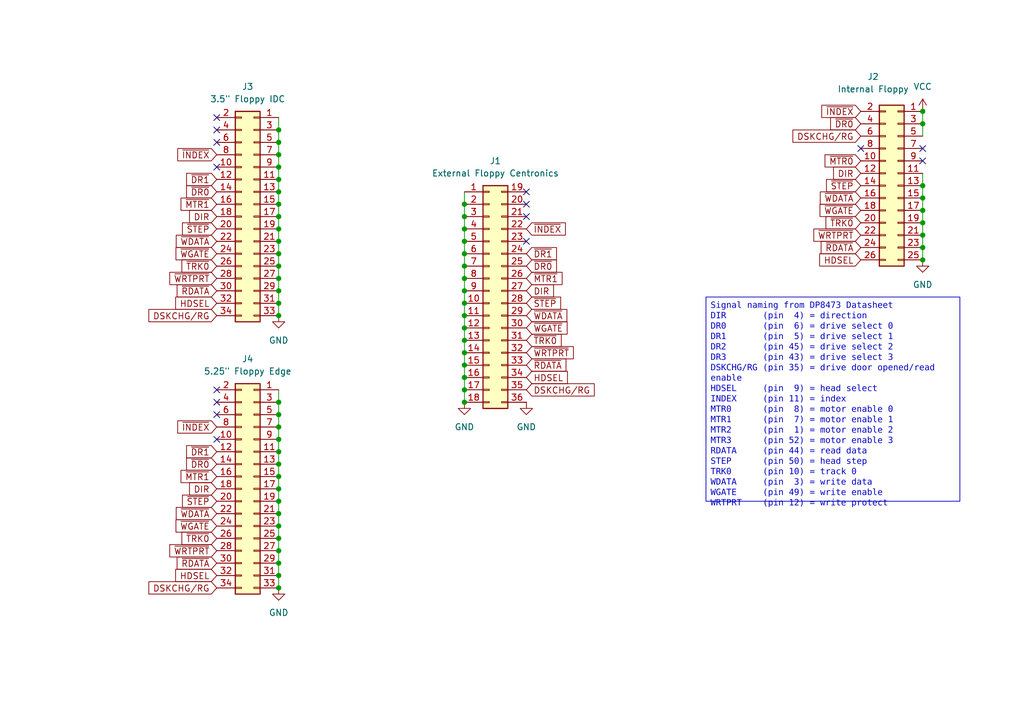
<source format=kicad_sch>
(kicad_sch (version 20250114) (generator "eeschema") (generator_version "9.0")
  (paper "A5")
  (title_block (title "Amstrad ACL-386 Floppy Converter") (date "11/SEPT/2025") (rev "WIP") (company "Brett Hallen") (comment 1 "www.youtube.com/@Brfff"))
  (lib_symbols
    (symbol "Connector_Generic:Conn_02x13_Odd_Even" (pin_names (offset 1.016) (hide yes))
      (property "Reference" "J" (at 1.27 17.78 0))
      (property "Value" "Conn_02x13_Odd_Even" (at 1.27 -17.78 0))
      (symbol "Conn_02x13_Odd_Even_1_1"
        (rectangle (start -1.27 16.51) (end 3.81 -16.51) (stroke (width 0.254)) (fill (type background)))
        (rectangle (start -1.27 15.367) (end 0 15.113) (stroke (width 0.1524)))
        (rectangle (start -1.27 12.827) (end 0 12.573) (stroke (width 0.1524)))
        (rectangle (start -1.27 10.287) (end 0 10.033) (stroke (width 0.1524)))
        (rectangle (start -1.27 7.747) (end 0 7.493) (stroke (width 0.1524)))
        (rectangle (start -1.27 5.207) (end 0 4.953) (stroke (width 0.1524)))
        (rectangle (start -1.27 2.667) (end 0 2.413) (stroke (width 0.1524)))
        (rectangle (start -1.27 0.127) (end 0 -0.127) (stroke (width 0.1524)))
        (rectangle (start -1.27 -2.413) (end 0 -2.667) (stroke (width 0.1524)))
        (rectangle (start -1.27 -4.953) (end 0 -5.207) (stroke (width 0.1524)))
        (rectangle (start -1.27 -7.493) (end 0 -7.747) (stroke (width 0.1524)))
        (rectangle (start -1.27 -10.033) (end 0 -10.287) (stroke (width 0.1524)))
        (rectangle (start -1.27 -12.573) (end 0 -12.827) (stroke (width 0.1524)))
        (rectangle (start -1.27 -15.113) (end 0 -15.367) (stroke (width 0.1524)))
        (rectangle (start 3.81 15.367) (end 2.54 15.113) (stroke (width 0.1524)))
        (rectangle (start 3.81 12.827) (end 2.54 12.573) (stroke (width 0.1524)))
        (rectangle (start 3.81 10.287) (end 2.54 10.033) (stroke (width 0.1524)))
        (rectangle (start 3.81 7.747) (end 2.54 7.493) (stroke (width 0.1524)))
        (rectangle (start 3.81 5.207) (end 2.54 4.953) (stroke (width 0.1524)))
        (rectangle (start 3.81 2.667) (end 2.54 2.413) (stroke (width 0.1524)))
        (rectangle (start 3.81 0.127) (end 2.54 -0.127) (stroke (width 0.1524)))
        (rectangle (start 3.81 -2.413) (end 2.54 -2.667) (stroke (width 0.1524)))
        (rectangle (start 3.81 -4.953) (end 2.54 -5.207) (stroke (width 0.1524)))
        (rectangle (start 3.81 -7.493) (end 2.54 -7.747) (stroke (width 0.1524)))
        (rectangle (start 3.81 -10.033) (end 2.54 -10.287) (stroke (width 0.1524)))
        (rectangle (start 3.81 -12.573) (end 2.54 -12.827) (stroke (width 0.1524)))
        (rectangle (start 3.81 -15.113) (end 2.54 -15.367) (stroke (width 0.1524)))
        (pin passive line (at -5.08 15.24 0) (length 3.81) (name "Pin_1") (number "1"))
        (pin passive line (at -5.08 12.7 0) (length 3.81) (name "Pin_3") (number "3"))
        (pin passive line (at -5.08 10.16 0) (length 3.81) (name "Pin_5") (number "5"))
        (pin passive line (at -5.08 7.62 0) (length 3.81) (name "Pin_7") (number "7"))
        (pin passive line (at -5.08 5.08 0) (length 3.81) (name "Pin_9") (number "9"))
        (pin passive line (at -5.08 2.54 0) (length 3.81) (name "Pin_11") (number "11"))
        (pin passive line (at -5.08 0 0) (length 3.81) (name "Pin_13") (number "13"))
        (pin passive line (at -5.08 -2.54 0) (length 3.81) (name "Pin_15") (number "15"))
        (pin passive line (at -5.08 -5.08 0) (length 3.81) (name "Pin_17") (number "17"))
        (pin passive line (at -5.08 -7.62 0) (length 3.81) (name "Pin_19") (number "19"))
        (pin passive line (at -5.08 -10.16 0) (length 3.81) (name "Pin_21") (number "21"))
        (pin passive line (at -5.08 -12.7 0) (length 3.81) (name "Pin_23") (number "23"))
        (pin passive line (at -5.08 -15.24 0) (length 3.81) (name "Pin_25") (number "25"))
        (pin passive line (at 7.62 15.24 180) (length 3.81) (name "Pin_2") (number "2"))
        (pin passive line (at 7.62 12.7 180) (length 3.81) (name "Pin_4") (number "4"))
        (pin passive line (at 7.62 10.16 180) (length 3.81) (name "Pin_6") (number "6"))
        (pin passive line (at 7.62 7.62 180) (length 3.81) (name "Pin_8") (number "8"))
        (pin passive line (at 7.62 5.08 180) (length 3.81) (name "Pin_10") (number "10"))
        (pin passive line (at 7.62 2.54 180) (length 3.81) (name "Pin_12") (number "12"))
        (pin passive line (at 7.62 0 180) (length 3.81) (name "Pin_14") (number "14"))
        (pin passive line (at 7.62 -2.54 180) (length 3.81) (name "Pin_16") (number "16"))
        (pin passive line (at 7.62 -5.08 180) (length 3.81) (name "Pin_18") (number "18"))
        (pin passive line (at 7.62 -7.62 180) (length 3.81) (name "Pin_20") (number "20"))
        (pin passive line (at 7.62 -10.16 180) (length 3.81) (name "Pin_22") (number "22"))
        (pin passive line (at 7.62 -12.7 180) (length 3.81) (name "Pin_24") (number "24"))
        (pin passive line (at 7.62 -15.24 180) (length 3.81) (name "Pin_26") (number "26"))
      )
    )
    (symbol "Connector_Generic:Conn_02x17_Odd_Even" (pin_names (offset 1.016) (hide yes))
      (property "Reference" "J" (at 1.27 22.86 0))
      (property "Value" "Conn_02x17_Odd_Even" (at 1.27 -22.86 0))
      (symbol "Conn_02x17_Odd_Even_1_1"
        (rectangle (start -1.27 21.59) (end 3.81 -21.59) (stroke (width 0.254)) (fill (type background)))
        (rectangle (start -1.27 20.447) (end 0 20.193) (stroke (width 0.1524)))
        (rectangle (start -1.27 17.907) (end 0 17.653) (stroke (width 0.1524)))
        (rectangle (start -1.27 15.367) (end 0 15.113) (stroke (width 0.1524)))
        (rectangle (start -1.27 12.827) (end 0 12.573) (stroke (width 0.1524)))
        (rectangle (start -1.27 10.287) (end 0 10.033) (stroke (width 0.1524)))
        (rectangle (start -1.27 7.747) (end 0 7.493) (stroke (width 0.1524)))
        (rectangle (start -1.27 5.207) (end 0 4.953) (stroke (width 0.1524)))
        (rectangle (start -1.27 2.667) (end 0 2.413) (stroke (width 0.1524)))
        (rectangle (start -1.27 0.127) (end 0 -0.127) (stroke (width 0.1524)))
        (rectangle (start -1.27 -2.413) (end 0 -2.667) (stroke (width 0.1524)))
        (rectangle (start -1.27 -4.953) (end 0 -5.207) (stroke (width 0.1524)))
        (rectangle (start -1.27 -7.493) (end 0 -7.747) (stroke (width 0.1524)))
        (rectangle (start -1.27 -10.033) (end 0 -10.287) (stroke (width 0.1524)))
        (rectangle (start -1.27 -12.573) (end 0 -12.827) (stroke (width 0.1524)))
        (rectangle (start -1.27 -15.113) (end 0 -15.367) (stroke (width 0.1524)))
        (rectangle (start -1.27 -17.653) (end 0 -17.907) (stroke (width 0.1524)))
        (rectangle (start -1.27 -20.193) (end 0 -20.447) (stroke (width 0.1524)))
        (rectangle (start 3.81 20.447) (end 2.54 20.193) (stroke (width 0.1524)))
        (rectangle (start 3.81 17.907) (end 2.54 17.653) (stroke (width 0.1524)))
        (rectangle (start 3.81 15.367) (end 2.54 15.113) (stroke (width 0.1524)))
        (rectangle (start 3.81 12.827) (end 2.54 12.573) (stroke (width 0.1524)))
        (rectangle (start 3.81 10.287) (end 2.54 10.033) (stroke (width 0.1524)))
        (rectangle (start 3.81 7.747) (end 2.54 7.493) (stroke (width 0.1524)))
        (rectangle (start 3.81 5.207) (end 2.54 4.953) (stroke (width 0.1524)))
        (rectangle (start 3.81 2.667) (end 2.54 2.413) (stroke (width 0.1524)))
        (rectangle (start 3.81 0.127) (end 2.54 -0.127) (stroke (width 0.1524)))
        (rectangle (start 3.81 -2.413) (end 2.54 -2.667) (stroke (width 0.1524)))
        (rectangle (start 3.81 -4.953) (end 2.54 -5.207) (stroke (width 0.1524)))
        (rectangle (start 3.81 -7.493) (end 2.54 -7.747) (stroke (width 0.1524)))
        (rectangle (start 3.81 -10.033) (end 2.54 -10.287) (stroke (width 0.1524)))
        (rectangle (start 3.81 -12.573) (end 2.54 -12.827) (stroke (width 0.1524)))
        (rectangle (start 3.81 -15.113) (end 2.54 -15.367) (stroke (width 0.1524)))
        (rectangle (start 3.81 -17.653) (end 2.54 -17.907) (stroke (width 0.1524)))
        (rectangle (start 3.81 -20.193) (end 2.54 -20.447) (stroke (width 0.1524)))
        (pin passive line (at -5.08 20.32 0) (length 3.81) (name "Pin_1") (number "1"))
        (pin passive line (at -5.08 17.78 0) (length 3.81) (name "Pin_3") (number "3"))
        (pin passive line (at -5.08 15.24 0) (length 3.81) (name "Pin_5") (number "5"))
        (pin passive line (at -5.08 12.7 0) (length 3.81) (name "Pin_7") (number "7"))
        (pin passive line (at -5.08 10.16 0) (length 3.81) (name "Pin_9") (number "9"))
        (pin passive line (at -5.08 7.62 0) (length 3.81) (name "Pin_11") (number "11"))
        (pin passive line (at -5.08 5.08 0) (length 3.81) (name "Pin_13") (number "13"))
        (pin passive line (at -5.08 2.54 0) (length 3.81) (name "Pin_15") (number "15"))
        (pin passive line (at -5.08 0 0) (length 3.81) (name "Pin_17") (number "17"))
        (pin passive line (at -5.08 -2.54 0) (length 3.81) (name "Pin_19") (number "19"))
        (pin passive line (at -5.08 -5.08 0) (length 3.81) (name "Pin_21") (number "21"))
        (pin passive line (at -5.08 -7.62 0) (length 3.81) (name "Pin_23") (number "23"))
        (pin passive line (at -5.08 -10.16 0) (length 3.81) (name "Pin_25") (number "25"))
        (pin passive line (at -5.08 -12.7 0) (length 3.81) (name "Pin_27") (number "27"))
        (pin passive line (at -5.08 -15.24 0) (length 3.81) (name "Pin_29") (number "29"))
        (pin passive line (at -5.08 -17.78 0) (length 3.81) (name "Pin_31") (number "31"))
        (pin passive line (at -5.08 -20.32 0) (length 3.81) (name "Pin_33") (number "33"))
        (pin passive line (at 7.62 20.32 180) (length 3.81) (name "Pin_2") (number "2"))
        (pin passive line (at 7.62 17.78 180) (length 3.81) (name "Pin_4") (number "4"))
        (pin passive line (at 7.62 15.24 180) (length 3.81) (name "Pin_6") (number "6"))
        (pin passive line (at 7.62 12.7 180) (length 3.81) (name "Pin_8") (number "8"))
        (pin passive line (at 7.62 10.16 180) (length 3.81) (name "Pin_10") (number "10"))
        (pin passive line (at 7.62 7.62 180) (length 3.81) (name "Pin_12") (number "12"))
        (pin passive line (at 7.62 5.08 180) (length 3.81) (name "Pin_14") (number "14"))
        (pin passive line (at 7.62 2.54 180) (length 3.81) (name "Pin_16") (number "16"))
        (pin passive line (at 7.62 0 180) (length 3.81) (name "Pin_18") (number "18"))
        (pin passive line (at 7.62 -2.54 180) (length 3.81) (name "Pin_20") (number "20"))
        (pin passive line (at 7.62 -5.08 180) (length 3.81) (name "Pin_22") (number "22"))
        (pin passive line (at 7.62 -7.62 180) (length 3.81) (name "Pin_24") (number "24"))
        (pin passive line (at 7.62 -10.16 180) (length 3.81) (name "Pin_26") (number "26"))
        (pin passive line (at 7.62 -12.7 180) (length 3.81) (name "Pin_28") (number "28"))
        (pin passive line (at 7.62 -15.24 180) (length 3.81) (name "Pin_30") (number "30"))
        (pin passive line (at 7.62 -17.78 180) (length 3.81) (name "Pin_32") (number "32"))
        (pin passive line (at 7.62 -20.32 180) (length 3.81) (name "Pin_34") (number "34"))
      )
    )
    (symbol "Connector_Generic:Conn_02x18_Top_Bottom" (pin_names (offset 1.016) (hide yes))
      (property "Reference" "J" (at 1.27 22.86 0))
      (property "Value" "Conn_02x18_Top_Bottom" (at 1.27 -25.4 0))
      (symbol "Conn_02x18_Top_Bottom_1_1"
        (rectangle (start -1.27 21.59) (end 3.81 -24.13) (stroke (width 0.254)) (fill (type background)))
        (rectangle (start -1.27 20.447) (end 0 20.193) (stroke (width 0.1524)))
        (rectangle (start -1.27 17.907) (end 0 17.653) (stroke (width 0.1524)))
        (rectangle (start -1.27 15.367) (end 0 15.113) (stroke (width 0.1524)))
        (rectangle (start -1.27 12.827) (end 0 12.573) (stroke (width 0.1524)))
        (rectangle (start -1.27 10.287) (end 0 10.033) (stroke (width 0.1524)))
        (rectangle (start -1.27 7.747) (end 0 7.493) (stroke (width 0.1524)))
        (rectangle (start -1.27 5.207) (end 0 4.953) (stroke (width 0.1524)))
        (rectangle (start -1.27 2.667) (end 0 2.413) (stroke (width 0.1524)))
        (rectangle (start -1.27 0.127) (end 0 -0.127) (stroke (width 0.1524)))
        (rectangle (start -1.27 -2.413) (end 0 -2.667) (stroke (width 0.1524)))
        (rectangle (start -1.27 -4.953) (end 0 -5.207) (stroke (width 0.1524)))
        (rectangle (start -1.27 -7.493) (end 0 -7.747) (stroke (width 0.1524)))
        (rectangle (start -1.27 -10.033) (end 0 -10.287) (stroke (width 0.1524)))
        (rectangle (start -1.27 -12.573) (end 0 -12.827) (stroke (width 0.1524)))
        (rectangle (start -1.27 -15.113) (end 0 -15.367) (stroke (width 0.1524)))
        (rectangle (start -1.27 -17.653) (end 0 -17.907) (stroke (width 0.1524)))
        (rectangle (start -1.27 -20.193) (end 0 -20.447) (stroke (width 0.1524)))
        (rectangle (start -1.27 -22.733) (end 0 -22.987) (stroke (width 0.1524)))
        (rectangle (start 3.81 20.447) (end 2.54 20.193) (stroke (width 0.1524)))
        (rectangle (start 3.81 17.907) (end 2.54 17.653) (stroke (width 0.1524)))
        (rectangle (start 3.81 15.367) (end 2.54 15.113) (stroke (width 0.1524)))
        (rectangle (start 3.81 12.827) (end 2.54 12.573) (stroke (width 0.1524)))
        (rectangle (start 3.81 10.287) (end 2.54 10.033) (stroke (width 0.1524)))
        (rectangle (start 3.81 7.747) (end 2.54 7.493) (stroke (width 0.1524)))
        (rectangle (start 3.81 5.207) (end 2.54 4.953) (stroke (width 0.1524)))
        (rectangle (start 3.81 2.667) (end 2.54 2.413) (stroke (width 0.1524)))
        (rectangle (start 3.81 0.127) (end 2.54 -0.127) (stroke (width 0.1524)))
        (rectangle (start 3.81 -2.413) (end 2.54 -2.667) (stroke (width 0.1524)))
        (rectangle (start 3.81 -4.953) (end 2.54 -5.207) (stroke (width 0.1524)))
        (rectangle (start 3.81 -7.493) (end 2.54 -7.747) (stroke (width 0.1524)))
        (rectangle (start 3.81 -10.033) (end 2.54 -10.287) (stroke (width 0.1524)))
        (rectangle (start 3.81 -12.573) (end 2.54 -12.827) (stroke (width 0.1524)))
        (rectangle (start 3.81 -15.113) (end 2.54 -15.367) (stroke (width 0.1524)))
        (rectangle (start 3.81 -17.653) (end 2.54 -17.907) (stroke (width 0.1524)))
        (rectangle (start 3.81 -20.193) (end 2.54 -20.447) (stroke (width 0.1524)))
        (rectangle (start 3.81 -22.733) (end 2.54 -22.987) (stroke (width 0.1524)))
        (pin passive line (at -5.08 20.32 0) (length 3.81) (name "Pin_1") (number "1"))
        (pin passive line (at -5.08 17.78 0) (length 3.81) (name "Pin_2") (number "2"))
        (pin passive line (at -5.08 15.24 0) (length 3.81) (name "Pin_3") (number "3"))
        (pin passive line (at -5.08 12.7 0) (length 3.81) (name "Pin_4") (number "4"))
        (pin passive line (at -5.08 10.16 0) (length 3.81) (name "Pin_5") (number "5"))
        (pin passive line (at -5.08 7.62 0) (length 3.81) (name "Pin_6") (number "6"))
        (pin passive line (at -5.08 5.08 0) (length 3.81) (name "Pin_7") (number "7"))
        (pin passive line (at -5.08 2.54 0) (length 3.81) (name "Pin_8") (number "8"))
        (pin passive line (at -5.08 0 0) (length 3.81) (name "Pin_9") (number "9"))
        (pin passive line (at -5.08 -2.54 0) (length 3.81) (name "Pin_10") (number "10"))
        (pin passive line (at -5.08 -5.08 0) (length 3.81) (name "Pin_11") (number "11"))
        (pin passive line (at -5.08 -7.62 0) (length 3.81) (name "Pin_12") (number "12"))
        (pin passive line (at -5.08 -10.16 0) (length 3.81) (name "Pin_13") (number "13"))
        (pin passive line (at -5.08 -12.7 0) (length 3.81) (name "Pin_14") (number "14"))
        (pin passive line (at -5.08 -15.24 0) (length 3.81) (name "Pin_15") (number "15"))
        (pin passive line (at -5.08 -17.78 0) (length 3.81) (name "Pin_16") (number "16"))
        (pin passive line (at -5.08 -20.32 0) (length 3.81) (name "Pin_17") (number "17"))
        (pin passive line (at -5.08 -22.86 0) (length 3.81) (name "Pin_18") (number "18"))
        (pin passive line (at 7.62 20.32 180) (length 3.81) (name "Pin_19") (number "19"))
        (pin passive line (at 7.62 17.78 180) (length 3.81) (name "Pin_20") (number "20"))
        (pin passive line (at 7.62 15.24 180) (length 3.81) (name "Pin_21") (number "21"))
        (pin passive line (at 7.62 12.7 180) (length 3.81) (name "Pin_22") (number "22"))
        (pin passive line (at 7.62 10.16 180) (length 3.81) (name "Pin_23") (number "23"))
        (pin passive line (at 7.62 7.62 180) (length 3.81) (name "Pin_24") (number "24"))
        (pin passive line (at 7.62 5.08 180) (length 3.81) (name "Pin_25") (number "25"))
        (pin passive line (at 7.62 2.54 180) (length 3.81) (name "Pin_26") (number "26"))
        (pin passive line (at 7.62 0 180) (length 3.81) (name "Pin_27") (number "27"))
        (pin passive line (at 7.62 -2.54 180) (length 3.81) (name "Pin_28") (number "28"))
        (pin passive line (at 7.62 -5.08 180) (length 3.81) (name "Pin_29") (number "29"))
        (pin passive line (at 7.62 -7.62 180) (length 3.81) (name "Pin_30") (number "30"))
        (pin passive line (at 7.62 -10.16 180) (length 3.81) (name "Pin_31") (number "31"))
        (pin passive line (at 7.62 -12.7 180) (length 3.81) (name "Pin_32") (number "32"))
        (pin passive line (at 7.62 -15.24 180) (length 3.81) (name "Pin_33") (number "33"))
        (pin passive line (at 7.62 -17.78 180) (length 3.81) (name "Pin_34") (number "34"))
        (pin passive line (at 7.62 -20.32 180) (length 3.81) (name "Pin_35") (number "35"))
        (pin passive line (at 7.62 -22.86 180) (length 3.81) (name "Pin_36") (number "36"))
      )
    )
    (symbol "power:GND" (power) (pin_numbers (hide yes)) (pin_names (offset 0) (hide yes))
      (property "Value" "GND" (at 0 -3.81 0))
      (symbol "GND_0_1"
        (polyline (pts (xy 0 0) (xy 0 -1.27) (xy 1.27 -1.27) (xy 0 -2.54) (xy -1.27 -1.27) (xy 0 -1.27)))
      )
      (symbol "GND_1_1"
        (pin power_in line (at 0 0 270) (length 0) (name "~") (number "1"))
      )
    )
    (symbol "power:VCC" (power) (pin_numbers (hide yes)) (pin_names (offset 0) (hide yes))
      (property "Value" "VCC" (at 0 3.556 0))
      (symbol "VCC_0_1"
        (polyline (pts (xy -0.762 1.27) (xy 0 2.54)))
        (polyline (pts (xy 0 2.54) (xy 0.762 1.27)))
        (polyline (pts (xy 0 0) (xy 0 2.54)))
      )
      (symbol "VCC_1_1"
        (pin power_in line (at 0 0 90) (length 0) (name "~") (number "1"))
      )
    )
  )
  (text_box "Signal naming from DP8473 Datasheet\nDIR       (pin  4) = direction\nDR0       (pin  6) = drive select 0\nDR1       (pin  5) = drive select 1\nDR2       (pin 45) = drive select 2\nDR3       (pin 43) = drive select 3\nDSKCHG/RG (pin 35) = drive door opened/read enable\nHDSEL     (pin  9) = head select\nINDEX     (pin 11) = index\nMTR0      (pin  8) = motor enable 0\nMTR1      (pin  7) = motor enable 1\nMTR2      (pin  1) = motor enable 2\nMTR3      (pin 52) = motor enable 3\nRDATA     (pin 44) = read data\nSTEP      (pin 50) = head step\nTRK0      (pin 10) = track 0\nWDATA     (pin  3) = write data\nWGATE     (pin 49) = write enable\nWRTPRT    (pin 12) = write protect" (at 144.78 60.96 0) (size 52.07 41.91) (margins 0.9525 0.9525 0.9525 0.9525) (effects (font (size 1.27 1.27)) (justify left top)))
  (junction (at 57.15 46.99))
  (junction (at 189.23 53.34))
  (junction (at 57.15 52.07))
  (junction (at 95.25 62.23))
  (junction (at 189.23 22.86))
  (junction (at 57.15 44.45))
  (junction (at 57.15 118.11))
  (junction (at 95.25 69.85))
  (junction (at 57.15 29.21))
  (junction (at 57.15 87.63))
  (junction (at 95.25 54.61))
  (junction (at 57.15 62.23))
  (junction (at 57.15 102.87))
  (junction (at 189.23 48.26))
  (junction (at 57.15 31.75))
  (junction (at 57.15 82.55))
  (junction (at 95.25 52.07))
  (junction (at 57.15 107.95))
  (junction (at 95.25 77.47))
  (junction (at 57.15 95.25))
  (junction (at 57.15 113.03))
  (junction (at 95.25 72.39))
  (junction (at 95.25 67.31))
  (junction (at 57.15 54.61))
  (junction (at 95.25 46.99))
  (junction (at 57.15 110.49))
  (junction (at 57.15 64.77))
  (junction (at 57.15 115.57))
  (junction (at 95.25 80.01))
  (junction (at 95.25 82.55))
  (junction (at 95.25 57.15))
  (junction (at 189.23 43.18))
  (junction (at 57.15 34.29))
  (junction (at 57.15 90.17))
  (junction (at 57.15 57.15))
  (junction (at 95.25 49.53))
  (junction (at 95.25 44.45))
  (junction (at 189.23 40.64))
  (junction (at 95.25 74.93))
  (junction (at 189.23 50.8))
  (junction (at 57.15 59.69))
  (junction (at 57.15 36.83))
  (junction (at 57.15 26.67))
  (junction (at 95.25 59.69))
  (junction (at 189.23 45.72))
  (junction (at 95.25 41.91))
  (junction (at 57.15 120.65))
  (junction (at 57.15 49.53))
  (junction (at 189.23 38.1))
  (junction (at 95.25 64.77))
  (junction (at 57.15 39.37))
  (junction (at 57.15 85.09))
  (junction (at 57.15 97.79))
  (junction (at 57.15 41.91))
  (junction (at 57.15 105.41))
  (junction (at 57.15 100.33))
  (junction (at 57.15 92.71))
  (junction (at 189.23 25.4))
  (no_connect (at 107.95 49.53))
  (no_connect (at 44.45 29.21))
  (no_connect (at 44.45 34.29))
  (no_connect (at 44.45 90.17))
  (no_connect (at 44.45 80.01))
  (no_connect (at 44.45 26.67))
  (no_connect (at 189.23 30.48))
  (no_connect (at 176.53 30.48))
  (no_connect (at 107.95 39.37))
  (no_connect (at 44.45 82.55))
  (no_connect (at 107.95 41.91))
  (no_connect (at 44.45 85.09))
  (no_connect (at 189.23 33.02))
  (no_connect (at 44.45 24.13))
  (no_connect (at 107.95 44.45))
  (wire (pts (xy 57.15 95.25) (xy 57.15 97.79)))
  (wire (pts (xy 57.15 24.13) (xy 57.15 26.67)))
  (wire (pts (xy 57.15 34.29) (xy 57.15 36.83)))
  (wire (pts (xy 95.25 57.15) (xy 95.25 59.69)))
  (wire (pts (xy 95.25 59.69) (xy 95.25 62.23)))
  (wire (pts (xy 95.25 52.07) (xy 95.25 54.61)))
  (wire (pts (xy 57.15 59.69) (xy 57.15 62.23)))
  (wire (pts (xy 95.25 80.01) (xy 95.25 82.55)))
  (wire (pts (xy 57.15 115.57) (xy 57.15 118.11)))
  (wire (pts (xy 95.25 49.53) (xy 95.25 52.07)))
  (wire (pts (xy 57.15 113.03) (xy 57.15 115.57)))
  (wire (pts (xy 57.15 100.33) (xy 57.15 102.87)))
  (wire (pts (xy 189.23 35.56) (xy 189.23 38.1)))
  (wire (pts (xy 57.15 62.23) (xy 57.15 64.77)))
  (wire (pts (xy 189.23 25.4) (xy 189.23 27.94)))
  (wire (pts (xy 57.15 110.49) (xy 57.15 113.03)))
  (wire (pts (xy 95.25 41.91) (xy 95.25 44.45)))
  (wire (pts (xy 57.15 57.15) (xy 57.15 59.69)))
  (wire (pts (xy 189.23 45.72) (xy 189.23 48.26)))
  (wire (pts (xy 57.15 54.61) (xy 57.15 57.15)))
  (wire (pts (xy 57.15 82.55) (xy 57.15 85.09)))
  (wire (pts (xy 57.15 52.07) (xy 57.15 54.61)))
  (wire (pts (xy 57.15 46.99) (xy 57.15 49.53)))
  (wire (pts (xy 57.15 49.53) (xy 57.15 52.07)))
  (wire (pts (xy 57.15 105.41) (xy 57.15 107.95)))
  (wire (pts (xy 95.25 54.61) (xy 95.25 57.15)))
  (wire (pts (xy 57.15 107.95) (xy 57.15 110.49)))
  (wire (pts (xy 189.23 48.26) (xy 189.23 50.8)))
  (wire (pts (xy 57.15 29.21) (xy 57.15 31.75)))
  (wire (pts (xy 189.23 22.86) (xy 189.23 25.4)))
  (wire (pts (xy 57.15 39.37) (xy 57.15 41.91)))
  (wire (pts (xy 95.25 64.77) (xy 95.25 67.31)))
  (wire (pts (xy 57.15 31.75) (xy 57.15 34.29)))
  (wire (pts (xy 95.25 39.37) (xy 95.25 41.91)))
  (wire (pts (xy 57.15 87.63) (xy 57.15 90.17)))
  (wire (pts (xy 95.25 44.45) (xy 95.25 46.99)))
  (wire (pts (xy 57.15 97.79) (xy 57.15 100.33)))
  (wire (pts (xy 57.15 26.67) (xy 57.15 29.21)))
  (wire (pts (xy 189.23 40.64) (xy 189.23 43.18)))
  (wire (pts (xy 95.25 67.31) (xy 95.25 69.85)))
  (wire (pts (xy 95.25 62.23) (xy 95.25 64.77)))
  (wire (pts (xy 57.15 80.01) (xy 57.15 82.55)))
  (wire (pts (xy 189.23 43.18) (xy 189.23 45.72)))
  (wire (pts (xy 57.15 102.87) (xy 57.15 105.41)))
  (wire (pts (xy 189.23 50.8) (xy 189.23 53.34)))
  (wire (pts (xy 57.15 85.09) (xy 57.15 87.63)))
  (wire (pts (xy 57.15 90.17) (xy 57.15 92.71)))
  (wire (pts (xy 57.15 41.91) (xy 57.15 44.45)))
  (wire (pts (xy 95.25 72.39) (xy 95.25 74.93)))
  (wire (pts (xy 57.15 92.71) (xy 57.15 95.25)))
  (wire (pts (xy 189.23 38.1) (xy 189.23 40.64)))
  (wire (pts (xy 95.25 77.47) (xy 95.25 80.01)))
  (wire (pts (xy 95.25 74.93) (xy 95.25 77.47)))
  (wire (pts (xy 95.25 69.85) (xy 95.25 72.39)))
  (wire (pts (xy 57.15 36.83) (xy 57.15 39.37)))
  (wire (pts (xy 57.15 118.11) (xy 57.15 120.65)))
  (wire (pts (xy 95.25 46.99) (xy 95.25 49.53)))
  (wire (pts (xy 57.15 44.45) (xy 57.15 46.99)))
  (global_label "~{INDEX}" (shape input) (at 176.53 22.86 180) (property "Intersheetrefs" "${INTERSHEET_REFS}" (effects (hide yes))))
  (global_label "~{WGATE}" (shape input) (at 44.45 107.95 180) (property "Intersheetrefs" "${INTERSHEET_REFS}" (effects (hide yes))))
  (global_label "~{STEP}" (shape input) (at 176.53 38.1 180) (property "Intersheetrefs" "${INTERSHEET_REFS}" (effects (hide yes))))
  (global_label "~{WRTPRT}" (shape input) (at 44.45 57.15 180) (property "Intersheetrefs" "${INTERSHEET_REFS}" (effects (hide yes))))
  (global_label "~{RDATA}" (shape input) (at 44.45 59.69 180) (property "Intersheetrefs" "${INTERSHEET_REFS}" (effects (hide yes))))
  (global_label "DIR" (shape input) (at 44.45 44.45 180) (property "Intersheetrefs" "${INTERSHEET_REFS}" (effects (hide yes))))
  (global_label "~{WGATE}" (shape input) (at 107.95 67.31 0) (property "Intersheetrefs" "${INTERSHEET_REFS}" (effects (hide yes))))
  (global_label "~{STEP}" (shape input) (at 44.45 102.87 180) (property "Intersheetrefs" "${INTERSHEET_REFS}" (effects (hide yes))))
  (global_label "~{TRK0}" (shape input) (at 107.95 69.85 0) (property "Intersheetrefs" "${INTERSHEET_REFS}" (effects (hide yes))))
  (global_label "~{STEP}" (shape input) (at 107.95 62.23 0) (property "Intersheetrefs" "${INTERSHEET_REFS}" (effects (hide yes))))
  (global_label "DSKCHG{slash}RG" (shape input) (at 44.45 120.65 180) (property "Intersheetrefs" "${INTERSHEET_REFS}" (effects (hide yes))))
  (global_label "DSKCHG{slash}RG" (shape input) (at 176.53 27.94 180) (property "Intersheetrefs" "${INTERSHEET_REFS}" (effects (hide yes))))
  (global_label "~{WRTPRT}" (shape input) (at 44.45 113.03 180) (property "Intersheetrefs" "${INTERSHEET_REFS}" (effects (hide yes))))
  (global_label "~{RDATA}" (shape input) (at 176.53 50.8 180) (property "Intersheetrefs" "${INTERSHEET_REFS}" (effects (hide yes))))
  (global_label "DIR" (shape input) (at 44.45 100.33 180) (property "Intersheetrefs" "${INTERSHEET_REFS}" (effects (hide yes))))
  (global_label "~{DR0}" (shape input) (at 107.95 54.61 0) (property "Intersheetrefs" "${INTERSHEET_REFS}" (effects (hide yes))))
  (global_label "~{INDEX}" (shape input) (at 44.45 87.63 180) (property "Intersheetrefs" "${INTERSHEET_REFS}" (effects (hide yes))))
  (global_label "~{DR0}" (shape input) (at 176.53 25.4 180) (property "Intersheetrefs" "${INTERSHEET_REFS}" (effects (hide yes))))
  (global_label "HDSEL" (shape input) (at 44.45 62.23 180) (property "Intersheetrefs" "${INTERSHEET_REFS}" (effects (hide yes))))
  (global_label "~{RDATA}" (shape input) (at 107.95 74.93 0) (property "Intersheetrefs" "${INTERSHEET_REFS}" (effects (hide yes))))
  (global_label "~{WDATA}" (shape input) (at 176.53 40.64 180) (property "Intersheetrefs" "${INTERSHEET_REFS}" (effects (hide yes))))
  (global_label "HDSEL" (shape input) (at 107.95 77.47 0) (property "Intersheetrefs" "${INTERSHEET_REFS}" (effects (hide yes))))
  (global_label "~{WDATA}" (shape input) (at 107.95 64.77 0) (property "Intersheetrefs" "${INTERSHEET_REFS}" (effects (hide yes))))
  (global_label "~{TRK0}" (shape input) (at 176.53 45.72 180) (property "Intersheetrefs" "${INTERSHEET_REFS}" (effects (hide yes))))
  (global_label "~{MTR0}" (shape input) (at 176.53 33.02 180) (property "Intersheetrefs" "${INTERSHEET_REFS}" (effects (hide yes))))
  (global_label "~{DR0}" (shape input) (at 44.45 95.25 180) (property "Intersheetrefs" "${INTERSHEET_REFS}" (effects (hide yes))))
  (global_label "DIR" (shape input) (at 176.53 35.56 180) (property "Intersheetrefs" "${INTERSHEET_REFS}" (effects (hide yes))))
  (global_label "~{MTR1}" (shape input) (at 44.45 97.79 180) (property "Intersheetrefs" "${INTERSHEET_REFS}" (effects (hide yes))))
  (global_label "~{DR1}" (shape input) (at 44.45 36.83 180) (property "Intersheetrefs" "${INTERSHEET_REFS}" (effects (hide yes))))
  (global_label "DIR" (shape input) (at 107.95 59.69 0) (property "Intersheetrefs" "${INTERSHEET_REFS}" (effects (hide yes))))
  (global_label "~{MTR1}" (shape input) (at 44.45 41.91 180) (property "Intersheetrefs" "${INTERSHEET_REFS}" (effects (hide yes))))
  (global_label "~{DR1}" (shape input) (at 44.45 92.71 180) (property "Intersheetrefs" "${INTERSHEET_REFS}" (effects (hide yes))))
  (global_label "HDSEL" (shape input) (at 176.53 53.34 180) (property "Intersheetrefs" "${INTERSHEET_REFS}" (effects (hide yes))))
  (global_label "~{DR0}" (shape input) (at 44.45 39.37 180) (property "Intersheetrefs" "${INTERSHEET_REFS}" (effects (hide yes))))
  (global_label "~{STEP}" (shape input) (at 44.45 46.99 180) (property "Intersheetrefs" "${INTERSHEET_REFS}" (effects (hide yes))))
  (global_label "DSKCHG{slash}RG" (shape input) (at 44.45 64.77 180) (property "Intersheetrefs" "${INTERSHEET_REFS}" (effects (hide yes))))
  (global_label "~{WRTPRT}" (shape input) (at 176.53 48.26 180) (property "Intersheetrefs" "${INTERSHEET_REFS}" (effects (hide yes))))
  (global_label "~{TRK0}" (shape input) (at 44.45 54.61 180) (property "Intersheetrefs" "${INTERSHEET_REFS}" (effects (hide yes))))
  (global_label "~{RDATA}" (shape input) (at 44.45 115.57 180) (property "Intersheetrefs" "${INTERSHEET_REFS}" (effects (hide yes))))
  (global_label "~{MTR1}" (shape input) (at 107.95 57.15 0) (property "Intersheetrefs" "${INTERSHEET_REFS}" (effects (hide yes))))
  (global_label "HDSEL" (shape input) (at 44.45 118.11 180) (property "Intersheetrefs" "${INTERSHEET_REFS}" (effects (hide yes))))
  (global_label "~{WRTPRT}" (shape input) (at 107.95 72.39 0) (property "Intersheetrefs" "${INTERSHEET_REFS}" (effects (hide yes))))
  (global_label "~{WDATA}" (shape input) (at 44.45 49.53 180) (property "Intersheetrefs" "${INTERSHEET_REFS}" (effects (hide yes))))
  (global_label "DSKCHG{slash}RG" (shape input) (at 107.95 80.01 0) (property "Intersheetrefs" "${INTERSHEET_REFS}" (effects (hide yes))))
  (global_label "~{TRK0}" (shape input) (at 44.45 110.49 180) (property "Intersheetrefs" "${INTERSHEET_REFS}" (effects (hide yes))))
  (global_label "~{WGATE}" (shape input) (at 44.45 52.07 180) (property "Intersheetrefs" "${INTERSHEET_REFS}" (effects (hide yes))))
  (global_label "~{WDATA}" (shape input) (at 44.45 105.41 180) (property "Intersheetrefs" "${INTERSHEET_REFS}" (effects (hide yes))))
  (global_label "~{WGATE}" (shape input) (at 176.53 43.18 180) (property "Intersheetrefs" "${INTERSHEET_REFS}" (effects (hide yes))))
  (global_label "~{INDEX}" (shape input) (at 44.45 31.75 180) (property "Intersheetrefs" "${INTERSHEET_REFS}" (effects (hide yes))))
  (global_label "~{INDEX}" (shape input) (at 107.95 46.99 0) (property "Intersheetrefs" "${INTERSHEET_REFS}" (effects (hide yes))))
  (global_label "~{DR1}" (shape input) (at 107.95 52.07 0) (property "Intersheetrefs" "${INTERSHEET_REFS}" (effects (hide yes))))
  (symbol (lib_id "power:GND") (at 107.95 82.55 0) (unit 1)
    (property "Reference" "#PWR08" (effects (hide yes)))
    (property "Value" "GND" (at 107.95 87.63 0))
    (property "Description" "Power symbol creates a global label with name \"GND\" , ground" (effects (hide yes)))
  )
  (symbol (lib_id "power:GND") (at 95.25 82.55 0) (unit 1)
    (property "Reference" "#PWR07" (effects (hide yes)))
    (property "Value" "GND" (at 95.25 87.63 0))
    (property "Description" "Power symbol creates a global label with name \"GND\" , ground" (effects (hide yes)))
  )
  (symbol (lib_id "power:VCC") (at 189.23 22.86 0) (unit 1)
    (property "Reference" "#PWR04" (effects (hide yes)))
    (property "Value" "VCC" (at 189.23 17.78 0))
    (property "Description" "Power symbol creates a global label with name \"VCC\"" (effects (hide yes)))
  )
  (symbol (lib_id "power:GND") (at 57.15 64.77 0) (unit 1)
    (property "Reference" "#PWR05" (effects (hide yes)))
    (property "Value" "GND" (at 57.15 69.85 0))
    (property "Description" "Power symbol creates a global label with name \"GND\" , ground" (effects (hide yes)))
  )
  (symbol (lib_id "Connector_Generic:Conn_02x18_Top_Bottom") (at 100.33 59.69 0) (unit 1)
    (property "Reference" "J1" (at 101.6 33.02 0))
    (property "Value" "External Floppy Centronics" (at 101.6 35.56 0))
    (property "Footprint" "Clueless_Engineer:112-036-113R001_Centronics_36way" (effects (hide yes)))
    (property "Description" "Generic connector, double row, 02x18, top/bottom pin numbering scheme (row 1: 1...pins_per_row, row2: pins_per_row+1 ... num_pins), script generated (kicad-library-utils/schlib/autogen/connector/)" (effects (hide yes)))
  )
  (symbol (lib_id "power:GND") (at 189.23 53.34 0) (mirror y) (unit 1)
    (property "Reference" "#PWR02" (effects (hide yes)))
    (property "Value" "GND" (at 189.23 58.42 0))
    (property "Description" "Power symbol creates a global label with name \"GND\" , ground" (effects (hide yes)))
  )
  (symbol (lib_id "power:GND") (at 57.15 120.65 0) (unit 1)
    (property "Reference" "#PWR06" (effects (hide yes)))
    (property "Value" "GND" (at 57.15 125.73 0))
    (property "Description" "Power symbol creates a global label with name \"GND\" , ground" (effects (hide yes)))
  )
  (symbol (lib_id "Connector_Generic:Conn_02x17_Odd_Even") (at 52.07 44.45 0) (mirror y) (unit 1)
    (property "Reference" "J3" (at 50.8 17.78 0))
    (property "Value" "3.5\" Floppy IDC" (at 50.8 20.32 0))
    (property "Footprint" "Connector_PinHeader_2.54mm:PinHeader_2x17_P2.54mm_Vertical" (effects (hide yes)))
    (property "Description" "Generic connector, double row, 02x17, odd/even pin numbering scheme (row 1 odd numbers, row 2 even numbers), script generated (kicad-library-utils/schlib/autogen/connector/)" (effects (hide yes)))
  )
  (symbol (lib_id "Connector_Generic:Conn_02x17_Odd_Even") (at 52.07 100.33 0) (mirror y) (unit 1)
    (property "Reference" "J4" (at 50.8 73.66 0))
    (property "Value" "5.25\" Floppy Edge" (at 50.8 76.2 0))
    (property "Footprint" "Clueless_Engineer:5.25_ Floppy Edge Connector" (effects (hide yes)))
    (property "Description" "Generic connector, double row, 02x17, odd/even pin numbering scheme (row 1 odd numbers, row 2 even numbers), script generated (kicad-library-utils/schlib/autogen/connector/)" (effects (hide yes)))
  )
  (symbol (lib_id "Connector_Generic:Conn_02x13_Odd_Even") (at 184.15 38.1 0) (mirror y) (unit 1) (on_board no)
    (property "Reference" "J2" (at 179.07 15.748 0))
    (property "Value" "Internal Floppy" (at 179.07 18.288 0))
    (property "Description" "Generic connector, double row, 02x13, odd/even pin numbering scheme (row 1 odd numbers, row 2 even numbers), script generated (kicad-library-utils/schlib/autogen/connector/)" (effects (hide yes)))
  )
)
</source>
